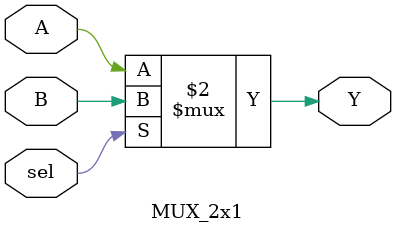
<source format=v>
`timescale 1ns / 1ps


module MUX_2x1(
input A,
input B,
input sel,
output Y
    );
    
    assign Y = (sel==1'b0)?A:B;
    
endmodule

</source>
